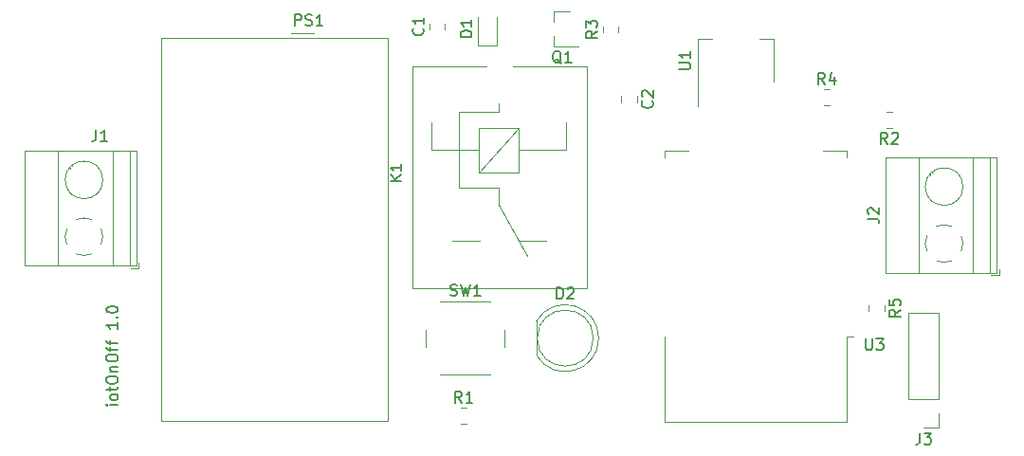
<source format=gbr>
G04 #@! TF.GenerationSoftware,KiCad,Pcbnew,5.1.5+dfsg1-2build2*
G04 #@! TF.CreationDate,2021-03-10T23:59:30+01:00*
G04 #@! TF.ProjectId,iotOnOff,696f744f-6e4f-4666-962e-6b696361645f,rev?*
G04 #@! TF.SameCoordinates,Original*
G04 #@! TF.FileFunction,Legend,Top*
G04 #@! TF.FilePolarity,Positive*
%FSLAX46Y46*%
G04 Gerber Fmt 4.6, Leading zero omitted, Abs format (unit mm)*
G04 Created by KiCad (PCBNEW 5.1.5+dfsg1-2build2) date 2021-03-10 23:59:30*
%MOMM*%
%LPD*%
G04 APERTURE LIST*
%ADD10C,0.150000*%
%ADD11C,0.120000*%
G04 APERTURE END LIST*
D10*
X106602380Y-107205952D02*
X105935714Y-107205952D01*
X105602380Y-107205952D02*
X105650000Y-107253571D01*
X105697619Y-107205952D01*
X105650000Y-107158333D01*
X105602380Y-107205952D01*
X105697619Y-107205952D01*
X106602380Y-106586904D02*
X106554761Y-106682142D01*
X106507142Y-106729761D01*
X106411904Y-106777380D01*
X106126190Y-106777380D01*
X106030952Y-106729761D01*
X105983333Y-106682142D01*
X105935714Y-106586904D01*
X105935714Y-106444047D01*
X105983333Y-106348809D01*
X106030952Y-106301190D01*
X106126190Y-106253571D01*
X106411904Y-106253571D01*
X106507142Y-106301190D01*
X106554761Y-106348809D01*
X106602380Y-106444047D01*
X106602380Y-106586904D01*
X105935714Y-105967857D02*
X105935714Y-105586904D01*
X105602380Y-105825000D02*
X106459523Y-105825000D01*
X106554761Y-105777380D01*
X106602380Y-105682142D01*
X106602380Y-105586904D01*
X105602380Y-105063095D02*
X105602380Y-104872619D01*
X105650000Y-104777380D01*
X105745238Y-104682142D01*
X105935714Y-104634523D01*
X106269047Y-104634523D01*
X106459523Y-104682142D01*
X106554761Y-104777380D01*
X106602380Y-104872619D01*
X106602380Y-105063095D01*
X106554761Y-105158333D01*
X106459523Y-105253571D01*
X106269047Y-105301190D01*
X105935714Y-105301190D01*
X105745238Y-105253571D01*
X105650000Y-105158333D01*
X105602380Y-105063095D01*
X105935714Y-104205952D02*
X106602380Y-104205952D01*
X106030952Y-104205952D02*
X105983333Y-104158333D01*
X105935714Y-104063095D01*
X105935714Y-103920238D01*
X105983333Y-103825000D01*
X106078571Y-103777380D01*
X106602380Y-103777380D01*
X105602380Y-103110714D02*
X105602380Y-102920238D01*
X105650000Y-102825000D01*
X105745238Y-102729761D01*
X105935714Y-102682142D01*
X106269047Y-102682142D01*
X106459523Y-102729761D01*
X106554761Y-102825000D01*
X106602380Y-102920238D01*
X106602380Y-103110714D01*
X106554761Y-103205952D01*
X106459523Y-103301190D01*
X106269047Y-103348809D01*
X105935714Y-103348809D01*
X105745238Y-103301190D01*
X105650000Y-103205952D01*
X105602380Y-103110714D01*
X105935714Y-102396428D02*
X105935714Y-102015476D01*
X106602380Y-102253571D02*
X105745238Y-102253571D01*
X105650000Y-102205952D01*
X105602380Y-102110714D01*
X105602380Y-102015476D01*
X105935714Y-101825000D02*
X105935714Y-101444047D01*
X106602380Y-101682142D02*
X105745238Y-101682142D01*
X105650000Y-101634523D01*
X105602380Y-101539285D01*
X105602380Y-101444047D01*
X106602380Y-99825000D02*
X106602380Y-100396428D01*
X106602380Y-100110714D02*
X105602380Y-100110714D01*
X105745238Y-100205952D01*
X105840476Y-100301190D01*
X105888095Y-100396428D01*
X106507142Y-99396428D02*
X106554761Y-99348809D01*
X106602380Y-99396428D01*
X106554761Y-99444047D01*
X106507142Y-99396428D01*
X106602380Y-99396428D01*
X105602380Y-98729761D02*
X105602380Y-98634523D01*
X105650000Y-98539285D01*
X105697619Y-98491666D01*
X105792857Y-98444047D01*
X105983333Y-98396428D01*
X106221428Y-98396428D01*
X106411904Y-98444047D01*
X106507142Y-98491666D01*
X106554761Y-98539285D01*
X106602380Y-98634523D01*
X106602380Y-98729761D01*
X106554761Y-98825000D01*
X106507142Y-98872619D01*
X106411904Y-98920238D01*
X106221428Y-98967857D01*
X105983333Y-98967857D01*
X105792857Y-98920238D01*
X105697619Y-98872619D01*
X105650000Y-98825000D01*
X105602380Y-98729761D01*
D11*
X105129756Y-91516682D02*
G75*
G02X105275000Y-92200000I-1534756J-683318D01*
G01*
X102911958Y-90664574D02*
G75*
G02X104279000Y-90665000I683042J-1535426D01*
G01*
X102059574Y-92883042D02*
G75*
G02X102060000Y-91516000I1535426J683042D01*
G01*
X104278042Y-93735426D02*
G75*
G02X102911000Y-93735000I-683042J1535426D01*
G01*
X105275253Y-92171195D02*
G75*
G02X105130000Y-92884000I-1680253J-28805D01*
G01*
X105275000Y-87120000D02*
G75*
G03X105275000Y-87120000I-1680000J0D01*
G01*
X107695000Y-94800000D02*
X107695000Y-84520000D01*
X106195000Y-94800000D02*
X106195000Y-84520000D01*
X101294000Y-94800000D02*
X101294000Y-84520000D01*
X98334000Y-94800000D02*
X98334000Y-84520000D01*
X108255000Y-94800000D02*
X108255000Y-84520000D01*
X98334000Y-94800000D02*
X108255000Y-94800000D01*
X98334000Y-84520000D02*
X108255000Y-84520000D01*
X102526000Y-85845000D02*
X102572000Y-85892000D01*
X104834000Y-88154000D02*
X104869000Y-88189000D01*
X102320000Y-86050000D02*
X102356000Y-86085000D01*
X104618000Y-88347000D02*
X104664000Y-88394000D01*
X107755000Y-95040000D02*
X108495000Y-95040000D01*
X108495000Y-95040000D02*
X108495000Y-94540000D01*
X130700000Y-74425000D02*
X110500000Y-74425000D01*
X110500000Y-74425000D02*
X110500000Y-108625000D01*
X110500000Y-108625000D02*
X130700000Y-108625000D01*
X130700000Y-108625000D02*
X130700000Y-74425000D01*
X124100000Y-74035000D02*
X122090000Y-74035000D01*
X171720000Y-101100000D02*
X172330000Y-101100000D01*
X171720000Y-101100000D02*
X171720000Y-108720000D01*
X171720000Y-84480000D02*
X171720000Y-85100000D01*
X169600000Y-84480000D02*
X171720000Y-84480000D01*
X155480000Y-84480000D02*
X157600000Y-84480000D01*
X155480000Y-85100000D02*
X155480000Y-84480000D01*
X155480000Y-108720000D02*
X155480000Y-101100000D01*
X171720000Y-108720000D02*
X155480000Y-108720000D01*
X144010000Y-99705000D02*
X144010000Y-102795000D01*
X149070000Y-101250000D02*
G75*
G03X149070000Y-101250000I-2500000J0D01*
G01*
X149560000Y-101249538D02*
G75*
G02X144010000Y-102794830I-2990000J-462D01*
G01*
X149560000Y-101250462D02*
G75*
G03X144010000Y-99705170I-2990000J462D01*
G01*
X173690000Y-98293422D02*
X173690000Y-98810578D01*
X175110000Y-98293422D02*
X175110000Y-98810578D01*
X145544000Y-72080000D02*
X145544000Y-73010000D01*
X145544000Y-75240000D02*
X145544000Y-74310000D01*
X145544000Y-75240000D02*
X147704000Y-75240000D01*
X145544000Y-72080000D02*
X147004000Y-72080000D01*
X181934756Y-92116682D02*
G75*
G02X182080000Y-92800000I-1534756J-683318D01*
G01*
X179716958Y-91264574D02*
G75*
G02X181084000Y-91265000I683042J-1535426D01*
G01*
X178864574Y-93483042D02*
G75*
G02X178865000Y-92116000I1535426J683042D01*
G01*
X181083042Y-94335426D02*
G75*
G02X179716000Y-94335000I-683042J1535426D01*
G01*
X182080253Y-92771195D02*
G75*
G02X181935000Y-93484000I-1680253J-28805D01*
G01*
X182080000Y-87720000D02*
G75*
G03X182080000Y-87720000I-1680000J0D01*
G01*
X184500000Y-95400000D02*
X184500000Y-85120000D01*
X183000000Y-95400000D02*
X183000000Y-85120000D01*
X178099000Y-95400000D02*
X178099000Y-85120000D01*
X175139000Y-95400000D02*
X175139000Y-85120000D01*
X185060000Y-95400000D02*
X185060000Y-85120000D01*
X175139000Y-95400000D02*
X185060000Y-95400000D01*
X175139000Y-85120000D02*
X185060000Y-85120000D01*
X179331000Y-86445000D02*
X179377000Y-86492000D01*
X181639000Y-88754000D02*
X181674000Y-88789000D01*
X179125000Y-86650000D02*
X179161000Y-86685000D01*
X181423000Y-88947000D02*
X181469000Y-88994000D01*
X184560000Y-95640000D02*
X185300000Y-95640000D01*
X185300000Y-95640000D02*
X185300000Y-95140000D01*
X158388000Y-80554000D02*
X158388000Y-74544000D01*
X165208000Y-78304000D02*
X165208000Y-74544000D01*
X158388000Y-74544000D02*
X159648000Y-74544000D01*
X165208000Y-74544000D02*
X163948000Y-74544000D01*
X135400000Y-104500000D02*
X139900000Y-104500000D01*
X134150000Y-100500000D02*
X134150000Y-102000000D01*
X139900000Y-98000000D02*
X135400000Y-98000000D01*
X141150000Y-102000000D02*
X141150000Y-100500000D01*
X169667422Y-80466000D02*
X170184578Y-80466000D01*
X169667422Y-79046000D02*
X170184578Y-79046000D01*
X149912000Y-73918578D02*
X149912000Y-73401422D01*
X151332000Y-73918578D02*
X151332000Y-73401422D01*
X175772578Y-82498000D02*
X175255422Y-82498000D01*
X175772578Y-81078000D02*
X175255422Y-81078000D01*
X137241422Y-108910000D02*
X137758578Y-108910000D01*
X137241422Y-107490000D02*
X137758578Y-107490000D01*
X138850000Y-86450000D02*
X138850000Y-82450000D01*
X142450000Y-86450000D02*
X138850000Y-86450000D01*
X142450000Y-82450000D02*
X142450000Y-86450000D01*
X138850000Y-82450000D02*
X142450000Y-82450000D01*
X138850000Y-86450000D02*
X142450000Y-82450000D01*
X138850000Y-84450000D02*
X134650000Y-84450000D01*
X146650000Y-84450000D02*
X142450000Y-84450000D01*
X140650000Y-81050000D02*
X137050000Y-81050000D01*
X140650000Y-87850000D02*
X137050000Y-87850000D01*
X137050000Y-87850000D02*
X137050000Y-81050000D01*
X140650000Y-89350000D02*
X143150000Y-93950000D01*
X140650000Y-87850000D02*
X140650000Y-89350000D01*
X146650000Y-84450000D02*
X146650000Y-81950000D01*
X140650000Y-81050000D02*
X140650000Y-80250000D01*
X134650000Y-81950000D02*
X134650000Y-84450000D01*
X144900000Y-92550000D02*
X142400000Y-92550000D01*
X136500000Y-92550000D02*
X138950000Y-92550000D01*
X132900000Y-96800000D02*
X132900000Y-77000000D01*
X148500000Y-96800000D02*
X132900000Y-96800000D01*
X148500000Y-77000000D02*
X148500000Y-96800000D01*
X148500000Y-77000000D02*
X141900000Y-77000000D01*
X139500000Y-77000000D02*
X132900000Y-77000000D01*
X179892000Y-109280000D02*
X178562000Y-109280000D01*
X179892000Y-107950000D02*
X179892000Y-109280000D01*
X179892000Y-106680000D02*
X177232000Y-106680000D01*
X177232000Y-106680000D02*
X177232000Y-99000000D01*
X179892000Y-106680000D02*
X179892000Y-99000000D01*
X179892000Y-99000000D02*
X177232000Y-99000000D01*
X138750000Y-75100000D02*
X140450000Y-75100000D01*
X140450000Y-75100000D02*
X140450000Y-72550000D01*
X138750000Y-75100000D02*
X138750000Y-72550000D01*
X151590000Y-79641422D02*
X151590000Y-80158578D01*
X153010000Y-79641422D02*
X153010000Y-80158578D01*
X135838000Y-73664578D02*
X135838000Y-73147422D01*
X134418000Y-73664578D02*
X134418000Y-73147422D01*
D10*
X104666666Y-82652380D02*
X104666666Y-83366666D01*
X104619047Y-83509523D01*
X104523809Y-83604761D01*
X104380952Y-83652380D01*
X104285714Y-83652380D01*
X105666666Y-83652380D02*
X105095238Y-83652380D01*
X105380952Y-83652380D02*
X105380952Y-82652380D01*
X105285714Y-82795238D01*
X105190476Y-82890476D01*
X105095238Y-82938095D01*
X122435714Y-73337380D02*
X122435714Y-72337380D01*
X122816666Y-72337380D01*
X122911904Y-72385000D01*
X122959523Y-72432619D01*
X123007142Y-72527857D01*
X123007142Y-72670714D01*
X122959523Y-72765952D01*
X122911904Y-72813571D01*
X122816666Y-72861190D01*
X122435714Y-72861190D01*
X123388095Y-73289761D02*
X123530952Y-73337380D01*
X123769047Y-73337380D01*
X123864285Y-73289761D01*
X123911904Y-73242142D01*
X123959523Y-73146904D01*
X123959523Y-73051666D01*
X123911904Y-72956428D01*
X123864285Y-72908809D01*
X123769047Y-72861190D01*
X123578571Y-72813571D01*
X123483333Y-72765952D01*
X123435714Y-72718333D01*
X123388095Y-72623095D01*
X123388095Y-72527857D01*
X123435714Y-72432619D01*
X123483333Y-72385000D01*
X123578571Y-72337380D01*
X123816666Y-72337380D01*
X123959523Y-72385000D01*
X124911904Y-73337380D02*
X124340476Y-73337380D01*
X124626190Y-73337380D02*
X124626190Y-72337380D01*
X124530952Y-72480238D01*
X124435714Y-72575476D01*
X124340476Y-72623095D01*
X173398095Y-101312380D02*
X173398095Y-102121904D01*
X173445714Y-102217142D01*
X173493333Y-102264761D01*
X173588571Y-102312380D01*
X173779047Y-102312380D01*
X173874285Y-102264761D01*
X173921904Y-102217142D01*
X173969523Y-102121904D01*
X173969523Y-101312380D01*
X174350476Y-101312380D02*
X174969523Y-101312380D01*
X174636190Y-101693333D01*
X174779047Y-101693333D01*
X174874285Y-101740952D01*
X174921904Y-101788571D01*
X174969523Y-101883809D01*
X174969523Y-102121904D01*
X174921904Y-102217142D01*
X174874285Y-102264761D01*
X174779047Y-102312380D01*
X174493333Y-102312380D01*
X174398095Y-102264761D01*
X174350476Y-102217142D01*
X145831904Y-97742380D02*
X145831904Y-96742380D01*
X146070000Y-96742380D01*
X146212857Y-96790000D01*
X146308095Y-96885238D01*
X146355714Y-96980476D01*
X146403333Y-97170952D01*
X146403333Y-97313809D01*
X146355714Y-97504285D01*
X146308095Y-97599523D01*
X146212857Y-97694761D01*
X146070000Y-97742380D01*
X145831904Y-97742380D01*
X146784285Y-96837619D02*
X146831904Y-96790000D01*
X146927142Y-96742380D01*
X147165238Y-96742380D01*
X147260476Y-96790000D01*
X147308095Y-96837619D01*
X147355714Y-96932857D01*
X147355714Y-97028095D01*
X147308095Y-97170952D01*
X146736666Y-97742380D01*
X147355714Y-97742380D01*
X176502380Y-98718666D02*
X176026190Y-99052000D01*
X176502380Y-99290095D02*
X175502380Y-99290095D01*
X175502380Y-98909142D01*
X175550000Y-98813904D01*
X175597619Y-98766285D01*
X175692857Y-98718666D01*
X175835714Y-98718666D01*
X175930952Y-98766285D01*
X175978571Y-98813904D01*
X176026190Y-98909142D01*
X176026190Y-99290095D01*
X175502380Y-97813904D02*
X175502380Y-98290095D01*
X175978571Y-98337714D01*
X175930952Y-98290095D01*
X175883333Y-98194857D01*
X175883333Y-97956761D01*
X175930952Y-97861523D01*
X175978571Y-97813904D01*
X176073809Y-97766285D01*
X176311904Y-97766285D01*
X176407142Y-97813904D01*
X176454761Y-97861523D01*
X176502380Y-97956761D01*
X176502380Y-98194857D01*
X176454761Y-98290095D01*
X176407142Y-98337714D01*
X146208761Y-76707619D02*
X146113523Y-76660000D01*
X146018285Y-76564761D01*
X145875428Y-76421904D01*
X145780190Y-76374285D01*
X145684952Y-76374285D01*
X145732571Y-76612380D02*
X145637333Y-76564761D01*
X145542095Y-76469523D01*
X145494476Y-76279047D01*
X145494476Y-75945714D01*
X145542095Y-75755238D01*
X145637333Y-75660000D01*
X145732571Y-75612380D01*
X145923047Y-75612380D01*
X146018285Y-75660000D01*
X146113523Y-75755238D01*
X146161142Y-75945714D01*
X146161142Y-76279047D01*
X146113523Y-76469523D01*
X146018285Y-76564761D01*
X145923047Y-76612380D01*
X145732571Y-76612380D01*
X147113523Y-76612380D02*
X146542095Y-76612380D01*
X146827809Y-76612380D02*
X146827809Y-75612380D01*
X146732571Y-75755238D01*
X146637333Y-75850476D01*
X146542095Y-75898095D01*
X173592380Y-90593333D02*
X174306666Y-90593333D01*
X174449523Y-90640952D01*
X174544761Y-90736190D01*
X174592380Y-90879047D01*
X174592380Y-90974285D01*
X173687619Y-90164761D02*
X173640000Y-90117142D01*
X173592380Y-90021904D01*
X173592380Y-89783809D01*
X173640000Y-89688571D01*
X173687619Y-89640952D01*
X173782857Y-89593333D01*
X173878095Y-89593333D01*
X174020952Y-89640952D01*
X174592380Y-90212380D01*
X174592380Y-89593333D01*
X156750380Y-77215904D02*
X157559904Y-77215904D01*
X157655142Y-77168285D01*
X157702761Y-77120666D01*
X157750380Y-77025428D01*
X157750380Y-76834952D01*
X157702761Y-76739714D01*
X157655142Y-76692095D01*
X157559904Y-76644476D01*
X156750380Y-76644476D01*
X157750380Y-75644476D02*
X157750380Y-76215904D01*
X157750380Y-75930190D02*
X156750380Y-75930190D01*
X156893238Y-76025428D01*
X156988476Y-76120666D01*
X157036095Y-76215904D01*
X136316666Y-97404761D02*
X136459523Y-97452380D01*
X136697619Y-97452380D01*
X136792857Y-97404761D01*
X136840476Y-97357142D01*
X136888095Y-97261904D01*
X136888095Y-97166666D01*
X136840476Y-97071428D01*
X136792857Y-97023809D01*
X136697619Y-96976190D01*
X136507142Y-96928571D01*
X136411904Y-96880952D01*
X136364285Y-96833333D01*
X136316666Y-96738095D01*
X136316666Y-96642857D01*
X136364285Y-96547619D01*
X136411904Y-96500000D01*
X136507142Y-96452380D01*
X136745238Y-96452380D01*
X136888095Y-96500000D01*
X137221428Y-96452380D02*
X137459523Y-97452380D01*
X137650000Y-96738095D01*
X137840476Y-97452380D01*
X138078571Y-96452380D01*
X138983333Y-97452380D02*
X138411904Y-97452380D01*
X138697619Y-97452380D02*
X138697619Y-96452380D01*
X138602380Y-96595238D01*
X138507142Y-96690476D01*
X138411904Y-96738095D01*
X169759333Y-78558380D02*
X169426000Y-78082190D01*
X169187904Y-78558380D02*
X169187904Y-77558380D01*
X169568857Y-77558380D01*
X169664095Y-77606000D01*
X169711714Y-77653619D01*
X169759333Y-77748857D01*
X169759333Y-77891714D01*
X169711714Y-77986952D01*
X169664095Y-78034571D01*
X169568857Y-78082190D01*
X169187904Y-78082190D01*
X170616476Y-77891714D02*
X170616476Y-78558380D01*
X170378380Y-77510761D02*
X170140285Y-78225047D01*
X170759333Y-78225047D01*
X149424380Y-73826666D02*
X148948190Y-74160000D01*
X149424380Y-74398095D02*
X148424380Y-74398095D01*
X148424380Y-74017142D01*
X148472000Y-73921904D01*
X148519619Y-73874285D01*
X148614857Y-73826666D01*
X148757714Y-73826666D01*
X148852952Y-73874285D01*
X148900571Y-73921904D01*
X148948190Y-74017142D01*
X148948190Y-74398095D01*
X148424380Y-73493333D02*
X148424380Y-72874285D01*
X148805333Y-73207619D01*
X148805333Y-73064761D01*
X148852952Y-72969523D01*
X148900571Y-72921904D01*
X148995809Y-72874285D01*
X149233904Y-72874285D01*
X149329142Y-72921904D01*
X149376761Y-72969523D01*
X149424380Y-73064761D01*
X149424380Y-73350476D01*
X149376761Y-73445714D01*
X149329142Y-73493333D01*
X175347333Y-83890380D02*
X175014000Y-83414190D01*
X174775904Y-83890380D02*
X174775904Y-82890380D01*
X175156857Y-82890380D01*
X175252095Y-82938000D01*
X175299714Y-82985619D01*
X175347333Y-83080857D01*
X175347333Y-83223714D01*
X175299714Y-83318952D01*
X175252095Y-83366571D01*
X175156857Y-83414190D01*
X174775904Y-83414190D01*
X175728285Y-82985619D02*
X175775904Y-82938000D01*
X175871142Y-82890380D01*
X176109238Y-82890380D01*
X176204476Y-82938000D01*
X176252095Y-82985619D01*
X176299714Y-83080857D01*
X176299714Y-83176095D01*
X176252095Y-83318952D01*
X175680666Y-83890380D01*
X176299714Y-83890380D01*
X137333333Y-107002380D02*
X137000000Y-106526190D01*
X136761904Y-107002380D02*
X136761904Y-106002380D01*
X137142857Y-106002380D01*
X137238095Y-106050000D01*
X137285714Y-106097619D01*
X137333333Y-106192857D01*
X137333333Y-106335714D01*
X137285714Y-106430952D01*
X137238095Y-106478571D01*
X137142857Y-106526190D01*
X136761904Y-106526190D01*
X138285714Y-107002380D02*
X137714285Y-107002380D01*
X138000000Y-107002380D02*
X138000000Y-106002380D01*
X137904761Y-106145238D01*
X137809523Y-106240476D01*
X137714285Y-106288095D01*
X131952380Y-87238095D02*
X130952380Y-87238095D01*
X131952380Y-86666666D02*
X131380952Y-87095238D01*
X130952380Y-86666666D02*
X131523809Y-87238095D01*
X131952380Y-85714285D02*
X131952380Y-86285714D01*
X131952380Y-86000000D02*
X130952380Y-86000000D01*
X131095238Y-86095238D01*
X131190476Y-86190476D01*
X131238095Y-86285714D01*
X178228666Y-109732380D02*
X178228666Y-110446666D01*
X178181047Y-110589523D01*
X178085809Y-110684761D01*
X177942952Y-110732380D01*
X177847714Y-110732380D01*
X178609619Y-109732380D02*
X179228666Y-109732380D01*
X178895333Y-110113333D01*
X179038190Y-110113333D01*
X179133428Y-110160952D01*
X179181047Y-110208571D01*
X179228666Y-110303809D01*
X179228666Y-110541904D01*
X179181047Y-110637142D01*
X179133428Y-110684761D01*
X179038190Y-110732380D01*
X178752476Y-110732380D01*
X178657238Y-110684761D01*
X178609619Y-110637142D01*
X138202380Y-74338095D02*
X137202380Y-74338095D01*
X137202380Y-74100000D01*
X137250000Y-73957142D01*
X137345238Y-73861904D01*
X137440476Y-73814285D01*
X137630952Y-73766666D01*
X137773809Y-73766666D01*
X137964285Y-73814285D01*
X138059523Y-73861904D01*
X138154761Y-73957142D01*
X138202380Y-74100000D01*
X138202380Y-74338095D01*
X138202380Y-72814285D02*
X138202380Y-73385714D01*
X138202380Y-73100000D02*
X137202380Y-73100000D01*
X137345238Y-73195238D01*
X137440476Y-73290476D01*
X137488095Y-73385714D01*
X154307142Y-80066666D02*
X154354761Y-80114285D01*
X154402380Y-80257142D01*
X154402380Y-80352380D01*
X154354761Y-80495238D01*
X154259523Y-80590476D01*
X154164285Y-80638095D01*
X153973809Y-80685714D01*
X153830952Y-80685714D01*
X153640476Y-80638095D01*
X153545238Y-80590476D01*
X153450000Y-80495238D01*
X153402380Y-80352380D01*
X153402380Y-80257142D01*
X153450000Y-80114285D01*
X153497619Y-80066666D01*
X153497619Y-79685714D02*
X153450000Y-79638095D01*
X153402380Y-79542857D01*
X153402380Y-79304761D01*
X153450000Y-79209523D01*
X153497619Y-79161904D01*
X153592857Y-79114285D01*
X153688095Y-79114285D01*
X153830952Y-79161904D01*
X154402380Y-79733333D01*
X154402380Y-79114285D01*
X133835142Y-73572666D02*
X133882761Y-73620285D01*
X133930380Y-73763142D01*
X133930380Y-73858380D01*
X133882761Y-74001238D01*
X133787523Y-74096476D01*
X133692285Y-74144095D01*
X133501809Y-74191714D01*
X133358952Y-74191714D01*
X133168476Y-74144095D01*
X133073238Y-74096476D01*
X132978000Y-74001238D01*
X132930380Y-73858380D01*
X132930380Y-73763142D01*
X132978000Y-73620285D01*
X133025619Y-73572666D01*
X133930380Y-72620285D02*
X133930380Y-73191714D01*
X133930380Y-72906000D02*
X132930380Y-72906000D01*
X133073238Y-73001238D01*
X133168476Y-73096476D01*
X133216095Y-73191714D01*
M02*

</source>
